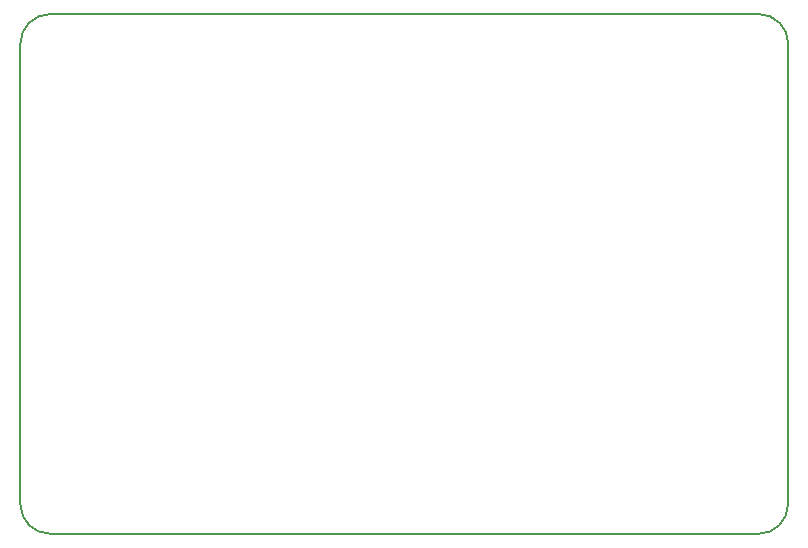
<source format=gko>
G04 Layer_Color=16711935*
%FSLAX44Y44*%
%MOMM*%
G71*
G01*
G75*
%ADD23C,0.2000*%
D23*
X650000Y195000D02*
G03*
X625000Y220000I-25000J0D01*
G01*
Y-220000D02*
G03*
X650000Y-195000I0J25000D01*
G01*
X0D02*
G03*
X25000Y-220000I25000J0D01*
G01*
Y220000D02*
G03*
X0Y195000I0J-25000D01*
G01*
X650000Y-195000D02*
Y195000D01*
X25000Y220000D02*
X625000D01*
X25000Y-220000D02*
X625000D01*
X0Y-195000D02*
Y195000D01*
M02*

</source>
